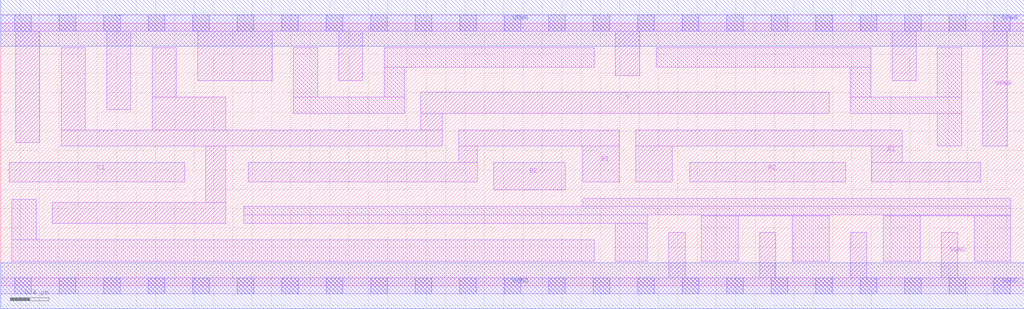
<source format=lef>
# Copyright 2020 The SkyWater PDK Authors
#
# Licensed under the Apache License, Version 2.0 (the "License");
# you may not use this file except in compliance with the License.
# You may obtain a copy of the License at
#
#     https://www.apache.org/licenses/LICENSE-2.0
#
# Unless required by applicable law or agreed to in writing, software
# distributed under the License is distributed on an "AS IS" BASIS,
# WITHOUT WARRANTIES OR CONDITIONS OF ANY KIND, either express or implied.
# See the License for the specific language governing permissions and
# limitations under the License.
#
# SPDX-License-Identifier: Apache-2.0

VERSION 5.7 ;
  NAMESCASESENSITIVE ON ;
  NOWIREEXTENSIONATPIN ON ;
  DIVIDERCHAR "/" ;
  BUSBITCHARS "[]" ;
UNITS
  DATABASE MICRONS 200 ;
END UNITS
PROPERTYDEFINITIONS
  MACRO maskLayoutSubType STRING ;
  MACRO prCellType STRING ;
  MACRO originalViewName STRING ;
END PROPERTYDEFINITIONS
MACRO sky130_fd_sc_hdll__o221ai_4
  CLASS CORE ;
  FOREIGN sky130_fd_sc_hdll__o221ai_4 ;
  ORIGIN  0.000000  0.000000 ;
  SIZE  10.58000 BY  2.720000 ;
  SYMMETRY X Y R90 ;
  SITE unithd ;
  PIN A1
    ANTENNAGATEAREA  1.110000 ;
    DIRECTION INPUT ;
    USE SIGNAL ;
    PORT
      LAYER li1 ;
        RECT 6.565000 1.075000  6.945000 1.445000 ;
        RECT 6.565000 1.445000  9.320000 1.615000 ;
        RECT 9.005000 1.075000 10.135000 1.275000 ;
        RECT 9.005000 1.275000  9.320000 1.445000 ;
    END
  END A1
  PIN A2
    ANTENNAGATEAREA  1.110000 ;
    DIRECTION INPUT ;
    USE SIGNAL ;
    PORT
      LAYER li1 ;
        RECT 7.125000 1.075000 8.735000 1.275000 ;
    END
  END A2
  PIN B1
    ANTENNAGATEAREA  1.110000 ;
    DIRECTION INPUT ;
    USE SIGNAL ;
    PORT
      LAYER li1 ;
        RECT 2.560000 1.075000 4.925000 1.275000 ;
        RECT 4.735000 1.275000 4.925000 1.445000 ;
        RECT 4.735000 1.445000 6.395000 1.615000 ;
        RECT 6.015000 1.075000 6.395000 1.445000 ;
    END
  END B1
  PIN B2
    ANTENNAGATEAREA  1.110000 ;
    DIRECTION INPUT ;
    USE SIGNAL ;
    PORT
      LAYER li1 ;
        RECT 5.095000 0.995000 5.835000 1.275000 ;
    END
  END B2
  PIN C1
    ANTENNAGATEAREA  1.110000 ;
    DIRECTION INPUT ;
    USE SIGNAL ;
    PORT
      LAYER li1 ;
        RECT 0.090000 1.075000 1.900000 1.275000 ;
    END
  END C1
  PIN VGND
    ANTENNADIFFAREA  0.767000 ;
    DIRECTION INOUT ;
    USE SIGNAL ;
    PORT
      LAYER li1 ;
        RECT 0.000000 -0.085000 10.580000 0.085000 ;
        RECT 6.905000  0.085000  7.075000 0.555000 ;
        RECT 7.845000  0.085000  8.015000 0.555000 ;
        RECT 8.785000  0.085000  8.955000 0.555000 ;
        RECT 9.725000  0.085000  9.895000 0.555000 ;
      LAYER mcon ;
        RECT  0.145000 -0.085000  0.315000 0.085000 ;
        RECT  0.605000 -0.085000  0.775000 0.085000 ;
        RECT  1.065000 -0.085000  1.235000 0.085000 ;
        RECT  1.525000 -0.085000  1.695000 0.085000 ;
        RECT  1.985000 -0.085000  2.155000 0.085000 ;
        RECT  2.445000 -0.085000  2.615000 0.085000 ;
        RECT  2.905000 -0.085000  3.075000 0.085000 ;
        RECT  3.365000 -0.085000  3.535000 0.085000 ;
        RECT  3.825000 -0.085000  3.995000 0.085000 ;
        RECT  4.285000 -0.085000  4.455000 0.085000 ;
        RECT  4.745000 -0.085000  4.915000 0.085000 ;
        RECT  5.205000 -0.085000  5.375000 0.085000 ;
        RECT  5.665000 -0.085000  5.835000 0.085000 ;
        RECT  6.125000 -0.085000  6.295000 0.085000 ;
        RECT  6.585000 -0.085000  6.755000 0.085000 ;
        RECT  7.045000 -0.085000  7.215000 0.085000 ;
        RECT  7.505000 -0.085000  7.675000 0.085000 ;
        RECT  7.965000 -0.085000  8.135000 0.085000 ;
        RECT  8.425000 -0.085000  8.595000 0.085000 ;
        RECT  8.885000 -0.085000  9.055000 0.085000 ;
        RECT  9.345000 -0.085000  9.515000 0.085000 ;
        RECT  9.805000 -0.085000  9.975000 0.085000 ;
        RECT 10.265000 -0.085000 10.435000 0.085000 ;
      LAYER met1 ;
        RECT 0.000000 -0.240000 10.580000 0.240000 ;
    END
  END VGND
  PIN VPWR
    ANTENNADIFFAREA  2.645000 ;
    DIRECTION INOUT ;
    USE SIGNAL ;
    PORT
      LAYER li1 ;
        RECT  0.000000 2.635000 10.580000 2.805000 ;
        RECT  0.155000 1.485000  0.405000 2.635000 ;
        RECT  1.095000 1.825000  1.345000 2.635000 ;
        RECT  2.035000 2.125000  2.805000 2.635000 ;
        RECT  3.495000 2.125000  3.745000 2.635000 ;
        RECT  6.355000 2.175000  6.605000 2.635000 ;
        RECT  9.215000 2.125000  9.465000 2.635000 ;
        RECT 10.155000 1.445000 10.405000 2.635000 ;
      LAYER mcon ;
        RECT  0.145000 2.635000  0.315000 2.805000 ;
        RECT  0.605000 2.635000  0.775000 2.805000 ;
        RECT  1.065000 2.635000  1.235000 2.805000 ;
        RECT  1.525000 2.635000  1.695000 2.805000 ;
        RECT  1.985000 2.635000  2.155000 2.805000 ;
        RECT  2.445000 2.635000  2.615000 2.805000 ;
        RECT  2.905000 2.635000  3.075000 2.805000 ;
        RECT  3.365000 2.635000  3.535000 2.805000 ;
        RECT  3.825000 2.635000  3.995000 2.805000 ;
        RECT  4.285000 2.635000  4.455000 2.805000 ;
        RECT  4.745000 2.635000  4.915000 2.805000 ;
        RECT  5.205000 2.635000  5.375000 2.805000 ;
        RECT  5.665000 2.635000  5.835000 2.805000 ;
        RECT  6.125000 2.635000  6.295000 2.805000 ;
        RECT  6.585000 2.635000  6.755000 2.805000 ;
        RECT  7.045000 2.635000  7.215000 2.805000 ;
        RECT  7.505000 2.635000  7.675000 2.805000 ;
        RECT  7.965000 2.635000  8.135000 2.805000 ;
        RECT  8.425000 2.635000  8.595000 2.805000 ;
        RECT  8.885000 2.635000  9.055000 2.805000 ;
        RECT  9.345000 2.635000  9.515000 2.805000 ;
        RECT  9.805000 2.635000  9.975000 2.805000 ;
        RECT 10.265000 2.635000 10.435000 2.805000 ;
      LAYER met1 ;
        RECT 0.000000 2.480000 10.580000 2.960000 ;
    END
  END VPWR
  PIN Y
    ANTENNADIFFAREA  2.156000 ;
    DIRECTION OUTPUT ;
    USE SIGNAL ;
    PORT
      LAYER li1 ;
        RECT 0.535000 0.645000 2.325000 0.865000 ;
        RECT 0.625000 1.445000 4.565000 1.615000 ;
        RECT 0.625000 1.615000 0.875000 2.465000 ;
        RECT 1.565000 1.615000 2.325000 1.955000 ;
        RECT 1.565000 1.955000 1.815000 2.465000 ;
        RECT 2.120000 0.865000 2.325000 1.445000 ;
        RECT 4.345000 1.615000 4.565000 1.785000 ;
        RECT 4.345000 1.785000 8.565000 2.005000 ;
    END
  END Y
  OBS
    LAYER li1 ;
      RECT  0.115000 0.255000  6.135000 0.475000 ;
      RECT  0.115000 0.475000  0.365000 0.895000 ;
      RECT  2.515000 0.645000  6.685000 0.735000 ;
      RECT  2.515000 0.735000 10.445000 0.820000 ;
      RECT  3.025000 1.785000  4.175000 1.955000 ;
      RECT  3.025000 1.955000  3.275000 2.465000 ;
      RECT  3.965000 1.955000  4.175000 2.265000 ;
      RECT  3.965000 2.265000  6.135000 2.465000 ;
      RECT  6.015000 0.820000 10.445000 0.905000 ;
      RECT  6.355000 0.255000  6.685000 0.645000 ;
      RECT  6.775000 2.265000  8.995000 2.465000 ;
      RECT  7.245000 0.255000  7.625000 0.725000 ;
      RECT  7.245000 0.725000  8.565000 0.735000 ;
      RECT  8.185000 0.255000  8.565000 0.725000 ;
      RECT  8.785000 1.785000  9.935000 1.955000 ;
      RECT  8.785000 1.955000  8.995000 2.265000 ;
      RECT  9.125000 0.255000  9.505000 0.725000 ;
      RECT  9.125000 0.725000 10.445000 0.735000 ;
      RECT  9.685000 1.445000  9.935000 1.785000 ;
      RECT  9.685000 1.955000  9.935000 2.465000 ;
      RECT 10.065000 0.255000 10.445000 0.725000 ;
  END
  PROPERTY maskLayoutSubType "abstract" ;
  PROPERTY prCellType "standard" ;
  PROPERTY originalViewName "layout" ;
END sky130_fd_sc_hdll__o221ai_4

</source>
